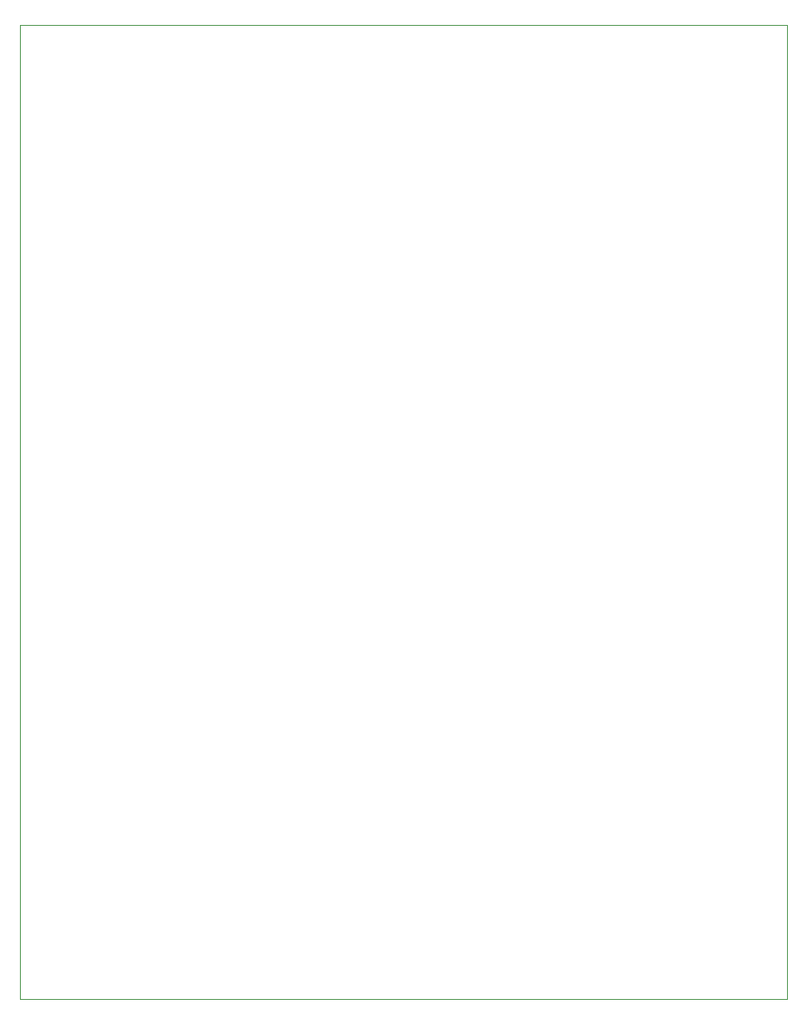
<source format=gm1>
G04 #@! TF.GenerationSoftware,KiCad,Pcbnew,(6.0.11)*
G04 #@! TF.CreationDate,2023-07-27T19:06:46+09:00*
G04 #@! TF.ProjectId,3340VCO,33333430-5643-44f2-9e6b-696361645f70,1.0*
G04 #@! TF.SameCoordinates,Original*
G04 #@! TF.FileFunction,Profile,NP*
%FSLAX46Y46*%
G04 Gerber Fmt 4.6, Leading zero omitted, Abs format (unit mm)*
G04 Created by KiCad (PCBNEW (6.0.11)) date 2023-07-27 19:06:46*
%MOMM*%
%LPD*%
G01*
G04 APERTURE LIST*
G04 #@! TA.AperFunction,Profile*
%ADD10C,0.100000*%
G04 #@! TD*
G04 APERTURE END LIST*
D10*
X179705000Y-50165000D02*
X101600000Y-50165000D01*
X101600000Y-50165000D02*
X101600000Y-149225000D01*
X101600000Y-149225000D02*
X179705000Y-149225000D01*
X179705000Y-149225000D02*
X179705000Y-50165000D01*
M02*

</source>
